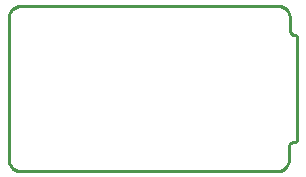
<source format=gbr>
G04 EAGLE Gerber RS-274X export*
G75*
%MOMM*%
%FSLAX34Y34*%
%LPD*%
%IN*%
%IPPOS*%
%AMOC8*
5,1,8,0,0,1.08239X$1,22.5*%
G01*
G04 Define Apertures*
%ADD10C,0.254000*%
D10*
X1000Y10000D02*
X1038Y9128D01*
X1152Y8264D01*
X1341Y7412D01*
X1603Y6580D01*
X1937Y5774D01*
X2340Y5000D01*
X2808Y4264D01*
X3340Y3572D01*
X3929Y2929D01*
X4572Y2340D01*
X5264Y1808D01*
X6000Y1340D01*
X6774Y937D01*
X7580Y603D01*
X8412Y341D01*
X9264Y152D01*
X10128Y38D01*
X11000Y0D01*
X228000Y0D01*
X228872Y38D01*
X229736Y152D01*
X230588Y341D01*
X231420Y603D01*
X232226Y937D01*
X233000Y1340D01*
X233736Y1808D01*
X234428Y2340D01*
X235071Y2929D01*
X235660Y3572D01*
X236192Y4264D01*
X236660Y5000D01*
X237063Y5774D01*
X237397Y6580D01*
X237659Y7412D01*
X237848Y8264D01*
X237962Y9128D01*
X238000Y10000D01*
X238000Y20000D01*
X238019Y20436D01*
X238076Y20868D01*
X238170Y21294D01*
X238302Y21710D01*
X238468Y22113D01*
X238670Y22500D01*
X238904Y22868D01*
X239170Y23214D01*
X239464Y23536D01*
X239786Y23830D01*
X240132Y24096D01*
X240500Y24330D01*
X240887Y24532D01*
X241290Y24698D01*
X241706Y24830D01*
X242132Y24924D01*
X242564Y24981D01*
X243000Y25000D01*
X243174Y25008D01*
X243347Y25030D01*
X243518Y25068D01*
X243684Y25121D01*
X243845Y25187D01*
X244000Y25268D01*
X244147Y25362D01*
X244286Y25468D01*
X244414Y25586D01*
X244532Y25714D01*
X244638Y25853D01*
X244732Y26000D01*
X244813Y26155D01*
X244879Y26316D01*
X244932Y26482D01*
X244970Y26653D01*
X244992Y26826D01*
X245000Y27000D01*
X245000Y114000D01*
X244996Y114087D01*
X244985Y114174D01*
X244966Y114259D01*
X244940Y114342D01*
X244906Y114423D01*
X244866Y114500D01*
X244819Y114574D01*
X244766Y114643D01*
X244707Y114707D01*
X244643Y114766D01*
X244574Y114819D01*
X244500Y114866D01*
X244423Y114906D01*
X244342Y114940D01*
X244259Y114966D01*
X244174Y114985D01*
X244087Y114996D01*
X244000Y115000D01*
X243564Y115019D01*
X243132Y115076D01*
X242706Y115170D01*
X242290Y115302D01*
X241887Y115468D01*
X241500Y115670D01*
X241132Y115904D01*
X240786Y116170D01*
X240464Y116464D01*
X240170Y116786D01*
X239904Y117132D01*
X239670Y117500D01*
X239468Y117887D01*
X239302Y118290D01*
X239170Y118706D01*
X239076Y119132D01*
X239019Y119564D01*
X239000Y120000D01*
X239000Y130000D01*
X238962Y130872D01*
X238848Y131736D01*
X238659Y132588D01*
X238397Y133420D01*
X238063Y134226D01*
X237660Y135000D01*
X237192Y135736D01*
X236660Y136428D01*
X236071Y137071D01*
X235428Y137660D01*
X234736Y138192D01*
X234000Y138660D01*
X233226Y139063D01*
X232420Y139397D01*
X231588Y139659D01*
X230736Y139848D01*
X229872Y139962D01*
X229000Y140000D01*
X11000Y140000D01*
X10128Y139962D01*
X9264Y139848D01*
X8412Y139659D01*
X7580Y139397D01*
X6774Y139063D01*
X6000Y138660D01*
X5264Y138192D01*
X4572Y137660D01*
X3929Y137071D01*
X3340Y136428D01*
X2808Y135736D01*
X2340Y135000D01*
X1937Y134226D01*
X1603Y133420D01*
X1341Y132588D01*
X1152Y131736D01*
X1038Y130872D01*
X1000Y130000D01*
X1000Y10000D01*
M02*

</source>
